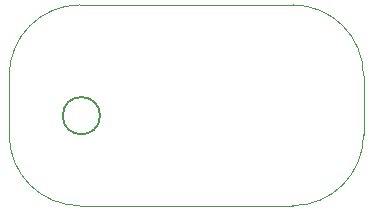
<source format=gbr>
%TF.GenerationSoftware,KiCad,Pcbnew,9.0.3-9.0.3-0~ubuntu22.04.1*%
%TF.CreationDate,2025-07-27T08:17:54-07:00*%
%TF.ProjectId,mixer-out,6d697865-722d-46f7-9574-2e6b69636164,rev?*%
%TF.SameCoordinates,Original*%
%TF.FileFunction,Profile,NP*%
%FSLAX46Y46*%
G04 Gerber Fmt 4.6, Leading zero omitted, Abs format (unit mm)*
G04 Created by KiCad (PCBNEW 9.0.3-9.0.3-0~ubuntu22.04.1) date 2025-07-27 08:17:54*
%MOMM*%
%LPD*%
G01*
G04 APERTURE LIST*
%TA.AperFunction,Profile*%
%ADD10C,0.050000*%
%TD*%
%TA.AperFunction,Profile*%
%ADD11C,0.127000*%
%TD*%
G04 APERTURE END LIST*
D10*
X149620000Y-88060000D02*
X149620000Y-93060000D01*
X119620000Y-88060000D02*
G75*
G02*
X125620000Y-82060000I6000000J0D01*
G01*
X125620000Y-99060000D02*
G75*
G02*
X119620000Y-93060000I0J6000000D01*
G01*
X143620000Y-99060000D02*
X125620000Y-99060000D01*
X125620000Y-82060000D02*
X143620000Y-82060000D01*
X149620000Y-93060000D02*
G75*
G02*
X143620000Y-99060000I-6000000J0D01*
G01*
X119620000Y-93060000D02*
X119620000Y-88060000D01*
X143620000Y-82060000D02*
G75*
G02*
X149620000Y-88060000I0J-6000000D01*
G01*
D11*
%TO.C,J1*%
X127304800Y-91440000D02*
G75*
G02*
X124155200Y-91440000I-1574800J0D01*
G01*
X124155200Y-91440000D02*
G75*
G02*
X127304800Y-91440000I1574800J0D01*
G01*
%TD*%
M02*

</source>
